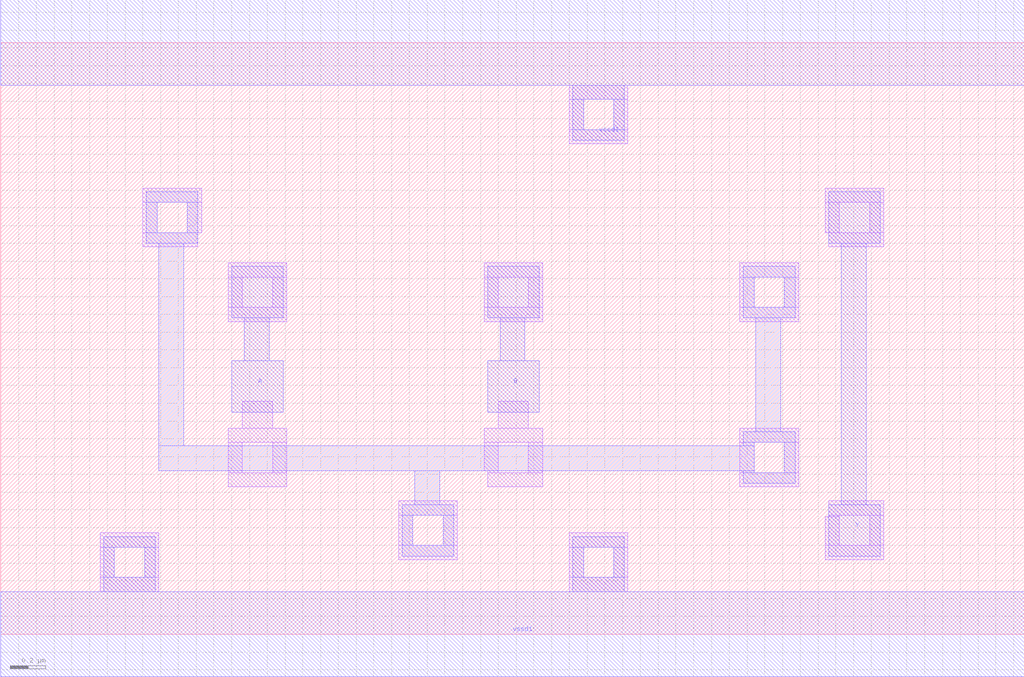
<source format=lef>
VERSION 5.7 ;
  NOWIREEXTENSIONATPIN ON ;
  DIVIDERCHAR "/" ;
  BUSBITCHARS "[]" ;
MACRO OR2X1
  CLASS CORE ;
  FOREIGN OR2X1 ;
  ORIGIN 0.000 0.000 ;
  SIZE 5.760 BY 3.330 ;
  SYMMETRY X Y R90 ;
  SITE unit ;
  PIN vccd1
    DIRECTION INOUT ;
    USE POWER ;
    SHAPE ABUTMENT ;
    PORT
      LAYER met1 ;
        RECT 0.000 3.090 5.760 3.570 ;
        RECT 3.220 3.010 3.510 3.090 ;
        RECT 3.220 2.840 3.280 3.010 ;
        RECT 3.450 2.840 3.510 3.010 ;
        RECT 3.220 2.780 3.510 2.840 ;
    END
  END vccd1
  PIN vssd1
    DIRECTION INOUT ;
    USE POWER ;
    SHAPE ABUTMENT ;
    PORT
      LAYER met1 ;
        RECT 0.580 0.490 0.870 0.550 ;
        RECT 0.580 0.320 0.640 0.490 ;
        RECT 0.810 0.320 0.870 0.490 ;
        RECT 0.580 0.240 0.870 0.320 ;
        RECT 3.220 0.490 3.510 0.550 ;
        RECT 3.220 0.320 3.280 0.490 ;
        RECT 3.450 0.320 3.510 0.490 ;
        RECT 3.220 0.240 3.510 0.320 ;
        RECT 0.000 -0.240 5.760 0.240 ;
    END
  END vssd1
  PIN Y
    DIRECTION INOUT ;
    USE SIGNAL ;
    SHAPE ABUTMENT ;
    PORT
      LAYER met1 ;
        RECT 4.660 2.200 4.950 2.490 ;
        RECT 4.730 0.730 4.870 2.200 ;
        RECT 4.660 0.440 4.950 0.730 ;
    END
  END Y
  PIN A
    DIRECTION INOUT ;
    USE SIGNAL ;
    SHAPE ABUTMENT ;
    PORT
      LAYER met1 ;
        RECT 1.300 1.780 1.590 2.070 ;
        RECT 1.370 1.540 1.510 1.780 ;
        RECT 1.300 1.250 1.590 1.540 ;
    END
  END A
  PIN B
    DIRECTION INOUT ;
    USE SIGNAL ;
    SHAPE ABUTMENT ;
    PORT
      LAYER met1 ;
        RECT 2.740 1.780 3.030 2.070 ;
        RECT 2.810 1.540 2.950 1.780 ;
        RECT 2.740 1.250 3.030 1.540 ;
    END
  END B
  OBS
      LAYER li1 ;
        RECT 3.200 3.010 3.530 3.090 ;
        RECT 3.200 2.840 3.280 3.010 ;
        RECT 3.450 2.840 3.530 3.010 ;
        RECT 3.200 2.760 3.530 2.840 ;
        RECT 0.800 2.430 1.130 2.510 ;
        RECT 0.800 2.260 0.880 2.430 ;
        RECT 1.050 2.260 1.130 2.430 ;
        RECT 4.640 2.430 4.970 2.510 ;
        RECT 4.640 2.260 4.720 2.430 ;
        RECT 4.890 2.260 4.970 2.430 ;
        RECT 0.800 2.180 1.110 2.260 ;
        RECT 4.660 2.180 4.970 2.260 ;
        RECT 1.280 2.010 1.610 2.090 ;
        RECT 1.280 1.840 1.360 2.010 ;
        RECT 1.530 1.840 1.610 2.010 ;
        RECT 1.280 1.760 1.610 1.840 ;
        RECT 2.720 2.010 3.050 2.090 ;
        RECT 2.720 1.840 2.800 2.010 ;
        RECT 2.970 1.840 3.050 2.010 ;
        RECT 2.720 1.760 3.050 1.840 ;
        RECT 4.160 2.010 4.490 2.090 ;
        RECT 4.160 1.840 4.240 2.010 ;
        RECT 4.410 1.840 4.490 2.010 ;
        RECT 4.160 1.760 4.490 1.840 ;
        RECT 1.360 1.160 1.530 1.310 ;
        RECT 2.800 1.160 2.970 1.310 ;
        RECT 1.280 1.080 1.610 1.160 ;
        RECT 1.280 0.910 1.360 1.080 ;
        RECT 1.530 0.910 1.610 1.080 ;
        RECT 2.720 1.080 3.050 1.160 ;
        RECT 2.720 0.920 2.800 1.080 ;
        RECT 1.280 0.830 1.610 0.910 ;
        RECT 2.740 0.910 2.800 0.920 ;
        RECT 2.970 0.910 3.050 1.080 ;
        RECT 2.740 0.830 3.050 0.910 ;
        RECT 4.160 1.080 4.490 1.160 ;
        RECT 4.160 0.910 4.240 1.080 ;
        RECT 4.410 0.910 4.490 1.080 ;
        RECT 4.160 0.830 4.490 0.910 ;
        RECT 2.240 0.670 2.570 0.750 ;
        RECT 0.560 0.490 0.890 0.570 ;
        RECT 0.560 0.320 0.640 0.490 ;
        RECT 0.810 0.320 0.890 0.490 ;
        RECT 2.240 0.500 2.320 0.670 ;
        RECT 2.490 0.500 2.570 0.670 ;
        RECT 4.660 0.670 4.970 0.750 ;
        RECT 4.660 0.660 4.720 0.670 ;
        RECT 2.240 0.420 2.570 0.500 ;
        RECT 3.200 0.490 3.530 0.570 ;
        RECT 0.560 0.240 0.890 0.320 ;
        RECT 3.200 0.320 3.280 0.490 ;
        RECT 3.450 0.320 3.530 0.490 ;
        RECT 4.640 0.500 4.720 0.660 ;
        RECT 4.890 0.500 4.970 0.670 ;
        RECT 4.640 0.420 4.970 0.500 ;
        RECT 3.200 0.240 3.530 0.320 ;
      LAYER met1 ;
        RECT 0.820 2.430 1.110 2.490 ;
        RECT 0.820 2.260 0.880 2.430 ;
        RECT 1.050 2.260 1.110 2.430 ;
        RECT 0.820 2.200 1.110 2.260 ;
        RECT 0.890 1.060 1.030 2.200 ;
        RECT 4.180 2.010 4.470 2.070 ;
        RECT 4.180 1.840 4.240 2.010 ;
        RECT 4.410 1.840 4.470 2.010 ;
        RECT 4.180 1.780 4.470 1.840 ;
        RECT 4.250 1.140 4.390 1.780 ;
        RECT 4.180 1.080 4.470 1.140 ;
        RECT 4.180 1.060 4.240 1.080 ;
        RECT 0.890 0.920 4.240 1.060 ;
        RECT 2.330 0.730 2.470 0.920 ;
        RECT 4.180 0.910 4.240 0.920 ;
        RECT 4.410 0.910 4.470 1.080 ;
        RECT 4.180 0.850 4.470 0.910 ;
        RECT 2.260 0.670 2.550 0.730 ;
        RECT 2.260 0.500 2.320 0.670 ;
        RECT 2.490 0.500 2.550 0.670 ;
        RECT 2.260 0.440 2.550 0.500 ;
  END
END OR2X1
END LIBRARY


</source>
